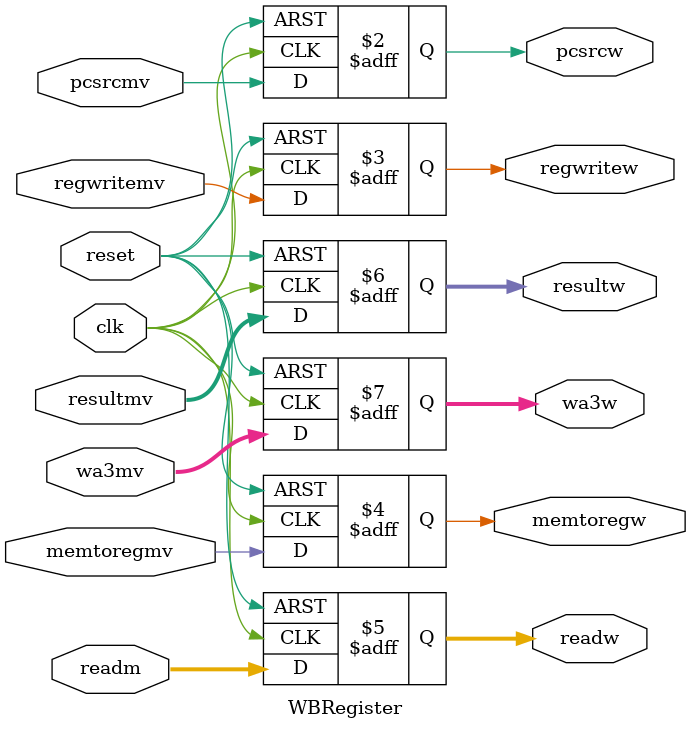
<source format=v>
`timescale 1ns / 1ps


module WBRegister(
    input clk,
    input reset,
    input pcsrcmv,
    input regwritemv,
    input memtoregmv,
    input [31:0] readm,
    input [31:0] resultmv,
    input [3:0] wa3mv,
    output reg pcsrcw,
    output reg regwritew,
    output reg memtoregw,
    output reg [31:0] readw,
    output reg [31:0] resultw,
    output reg [3:0] wa3w

    );

    always @(posedge clk or posedge reset) begin
        if(reset) begin
            // 异步复位，清零所有输出
            pcsrcw <= 1'b0;
            regwritew <= 1'b0;
            memtoregw <= 1'b0;
            readw <= 32'h0;
            resultw <= 32'h0;
            wa3w <= 4'h0;
        end
        else begin
        pcsrcw <= pcsrcmv;
        regwritew <= regwritemv;
        memtoregw <= memtoregmv;
        readw <= readm;
        resultw <= resultmv;
        wa3w <= wa3mv;
        end

    end
endmodule
</source>
